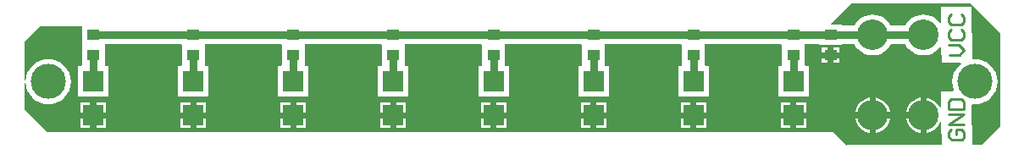
<source format=gtl>
G04 Layer_Physical_Order=1*
G04 Layer_Color=255*
%FSLAX25Y25*%
%MOIN*%
G70*
G01*
G75*
%ADD10R,0.05000X0.04000*%
%ADD11R,0.08000X0.08000*%
%ADD12C,0.03150*%
%ADD13C,0.01000*%
%ADD14C,0.13780*%
%ADD15C,0.12000*%
G36*
X376600Y186000D02*
Y149000D01*
X369400Y141800D01*
X365531D01*
X365319Y157619D01*
X365688Y157957D01*
X366600Y157867D01*
X368343Y158039D01*
X370018Y158547D01*
X371563Y159373D01*
X372916Y160484D01*
X374027Y161837D01*
X374853Y163382D01*
X375361Y165057D01*
X375533Y166800D01*
X375361Y168543D01*
X374853Y170218D01*
X374027Y171763D01*
X372916Y173116D01*
X371563Y174227D01*
X370018Y175053D01*
X368343Y175561D01*
X366600Y175733D01*
X365892Y175663D01*
X365519Y175996D01*
X365246Y196433D01*
X353249Y196273D01*
X353330Y190224D01*
X352832Y190042D01*
X352141Y190884D01*
X350923Y191884D01*
X349533Y192627D01*
X348025Y193084D01*
X346457Y193239D01*
X344888Y193084D01*
X343380Y192627D01*
X341991Y191884D01*
X340773Y190884D01*
X339773Y189666D01*
X339313Y188806D01*
X333600D01*
X333141Y189666D01*
X332141Y190884D01*
X330923Y191884D01*
X329533Y192627D01*
X328025Y193084D01*
X326457Y193239D01*
X324888Y193084D01*
X323380Y192627D01*
X321991Y191884D01*
X320773Y190884D01*
X319773Y189666D01*
X319313Y188806D01*
X314400D01*
Y189200D01*
X310253D01*
X310062Y189662D01*
X318100Y197700D01*
X364900D01*
X376600Y186000D01*
D02*
G37*
G36*
X15185Y181165D02*
Y173165D01*
X14736Y173043D01*
X13685D01*
Y161043D01*
X25685D01*
Y173043D01*
X24634D01*
X24185Y173165D01*
Y181594D01*
X54202D01*
X54555Y181241D01*
Y173165D01*
X54106Y173043D01*
X53055D01*
Y161043D01*
X65055D01*
Y173043D01*
X64005D01*
X63555Y173165D01*
Y181594D01*
X93572D01*
X93925Y181241D01*
Y173165D01*
X93476Y173043D01*
X92425D01*
Y161043D01*
X104425D01*
Y173043D01*
X103375D01*
X102925Y173165D01*
Y181594D01*
X132942D01*
X133295Y181241D01*
Y173165D01*
X132846Y173043D01*
X131795D01*
Y161043D01*
X143795D01*
Y173043D01*
X142745D01*
X142295Y173165D01*
Y181594D01*
X172312D01*
X172665Y181241D01*
Y173165D01*
X172216Y173043D01*
X171165D01*
Y161043D01*
X183165D01*
Y173043D01*
X182115D01*
X181665Y173165D01*
Y181594D01*
X211682D01*
X212035Y181241D01*
Y173165D01*
X211586Y173043D01*
X210535D01*
Y161043D01*
X222535D01*
Y173043D01*
X221485D01*
X221035Y173165D01*
Y181594D01*
X251052D01*
X251406Y181241D01*
Y173165D01*
X250956Y173043D01*
X249905D01*
Y161043D01*
X261906D01*
Y173043D01*
X260855D01*
X260405Y173165D01*
Y181594D01*
X290422D01*
X290776Y181241D01*
Y173165D01*
X290326Y173043D01*
X289276D01*
Y161043D01*
X301276D01*
Y173043D01*
X300225D01*
X299776Y173165D01*
Y181594D01*
X305400D01*
Y181200D01*
X314400D01*
Y181594D01*
X319313D01*
X319773Y180734D01*
X320773Y179516D01*
X321991Y178516D01*
X323380Y177773D01*
X324888Y177316D01*
X326457Y177161D01*
X328025Y177316D01*
X329533Y177773D01*
X330923Y178516D01*
X332141Y179516D01*
X333141Y180734D01*
X333600Y181594D01*
X339313D01*
X339773Y180734D01*
X340773Y179516D01*
X341991Y178516D01*
X343380Y177773D01*
X344888Y177316D01*
X346457Y177161D01*
X348025Y177316D01*
X349533Y177773D01*
X350923Y178516D01*
X352141Y179516D01*
X352959Y180513D01*
X353462Y180337D01*
X353543Y174280D01*
X361035Y174380D01*
X361217Y173882D01*
X360284Y173116D01*
X359173Y171763D01*
X358347Y170218D01*
X357839Y168543D01*
X357667Y166800D01*
X357839Y165057D01*
X358299Y163540D01*
X358033Y163037D01*
X353249Y162973D01*
X353333Y156645D01*
X352835Y156516D01*
X352305Y157508D01*
X351430Y158574D01*
X350364Y159449D01*
X349148Y160099D01*
X347829Y160499D01*
X347657Y160516D01*
Y153600D01*
Y146684D01*
X347829Y146701D01*
X349148Y147101D01*
X350364Y147751D01*
X351430Y148626D01*
X352305Y149692D01*
X352911Y150826D01*
X353175Y150826D01*
X353412Y150737D01*
X353527Y142156D01*
X353176Y141800D01*
X316400D01*
X316300Y141700D01*
X311100Y146900D01*
X1500D01*
X-7300Y155700D01*
X-7400D01*
Y166443D01*
X-6900Y166467D01*
X-6761Y165057D01*
X-6253Y163382D01*
X-5427Y161837D01*
X-4316Y160484D01*
X-2963Y159373D01*
X-1418Y158547D01*
X257Y158039D01*
X2000Y157867D01*
X3743Y158039D01*
X5418Y158547D01*
X6963Y159373D01*
X8316Y160484D01*
X9427Y161837D01*
X10253Y163382D01*
X10761Y165057D01*
X10933Y166800D01*
X10761Y168543D01*
X10253Y170218D01*
X9427Y171763D01*
X8316Y173116D01*
X6963Y174227D01*
X5418Y175053D01*
X3743Y175561D01*
X2000Y175733D01*
X257Y175561D01*
X-1418Y175053D01*
X-2963Y174227D01*
X-4316Y173116D01*
X-5427Y171763D01*
X-6253Y170218D01*
X-6761Y168543D01*
X-6900Y167133D01*
X-7400Y167157D01*
Y182600D01*
X-1300Y188700D01*
X15185D01*
Y181165D01*
D02*
G37*
%LPC*%
G36*
X221535Y152343D02*
X217735D01*
Y148543D01*
X221535D01*
Y152343D01*
D02*
G37*
G36*
X254706D02*
X250905D01*
Y148543D01*
X254706D01*
Y152343D01*
D02*
G37*
G36*
X215335D02*
X211535D01*
Y148543D01*
X215335D01*
Y152343D01*
D02*
G37*
G36*
X175965D02*
X172165D01*
Y148543D01*
X175965D01*
Y152343D01*
D02*
G37*
G36*
X182165D02*
X178365D01*
Y148543D01*
X182165D01*
Y152343D01*
D02*
G37*
G36*
X294076D02*
X290276D01*
Y148543D01*
X294076D01*
Y152343D01*
D02*
G37*
G36*
X300276D02*
X296476D01*
Y148543D01*
X300276D01*
Y152343D01*
D02*
G37*
G36*
X18485Y158543D02*
X14685D01*
Y154743D01*
X18485D01*
Y158543D01*
D02*
G37*
G36*
X260906Y152343D02*
X257105D01*
Y148543D01*
X260906D01*
Y152343D01*
D02*
G37*
G36*
X24685Y158543D02*
X20885D01*
Y154743D01*
X24685D01*
Y158543D01*
D02*
G37*
G36*
X142795Y152343D02*
X138995D01*
Y148543D01*
X142795D01*
Y152343D01*
D02*
G37*
G36*
X18485D02*
X14685D01*
Y148543D01*
X18485D01*
Y152343D01*
D02*
G37*
G36*
X24685D02*
X20885D01*
Y148543D01*
X24685D01*
Y152343D01*
D02*
G37*
G36*
X345257Y152400D02*
X339541D01*
X339558Y152228D01*
X339958Y150908D01*
X340608Y149692D01*
X341483Y148626D01*
X342549Y147751D01*
X343765Y147101D01*
X345085Y146701D01*
X345257Y146684D01*
Y152400D01*
D02*
G37*
G36*
X325257D02*
X319541D01*
X319558Y152228D01*
X319958Y150908D01*
X320608Y149692D01*
X321483Y148626D01*
X322549Y147751D01*
X323765Y147101D01*
X325084Y146701D01*
X325257Y146684D01*
Y152400D01*
D02*
G37*
G36*
X333372D02*
X327657D01*
Y146684D01*
X327829Y146701D01*
X329148Y147101D01*
X330364Y147751D01*
X331430Y148626D01*
X332305Y149692D01*
X332955Y150908D01*
X333355Y152228D01*
X333372Y152400D01*
D02*
G37*
G36*
X103425Y152343D02*
X99625D01*
Y148543D01*
X103425D01*
Y152343D01*
D02*
G37*
G36*
X136595D02*
X132795D01*
Y148543D01*
X136595D01*
Y152343D01*
D02*
G37*
G36*
X97225D02*
X93425D01*
Y148543D01*
X97225D01*
Y152343D01*
D02*
G37*
G36*
X57855D02*
X54055D01*
Y148543D01*
X57855D01*
Y152343D01*
D02*
G37*
G36*
X64055D02*
X60255D01*
Y148543D01*
X64055D01*
Y152343D01*
D02*
G37*
G36*
X325257Y160516D02*
X325084Y160499D01*
X323765Y160099D01*
X322549Y159449D01*
X321483Y158574D01*
X320608Y157508D01*
X319958Y156292D01*
X319558Y154972D01*
X319541Y154800D01*
X325257D01*
Y160516D01*
D02*
G37*
G36*
X327657D02*
Y154800D01*
X333372D01*
X333355Y154972D01*
X332955Y156292D01*
X332305Y157508D01*
X331430Y158574D01*
X330364Y159449D01*
X329148Y160099D01*
X327829Y160499D01*
X327657Y160516D01*
D02*
G37*
G36*
X300276Y158543D02*
X296476D01*
Y154743D01*
X300276D01*
Y158543D01*
D02*
G37*
G36*
X260906D02*
X257105D01*
Y154743D01*
X260906D01*
Y158543D01*
D02*
G37*
G36*
X294076D02*
X290276D01*
Y154743D01*
X294076D01*
Y158543D01*
D02*
G37*
G36*
X308700Y180200D02*
X306400D01*
Y178400D01*
X308700D01*
Y180200D01*
D02*
G37*
G36*
X313400D02*
X311100D01*
Y178400D01*
X313400D01*
Y180200D01*
D02*
G37*
G36*
Y176000D02*
X311100D01*
Y174200D01*
X313400D01*
Y176000D01*
D02*
G37*
G36*
X345257Y160516D02*
X345085Y160499D01*
X343765Y160099D01*
X342549Y159449D01*
X341483Y158574D01*
X340608Y157508D01*
X339958Y156292D01*
X339558Y154972D01*
X339541Y154800D01*
X345257D01*
Y160516D01*
D02*
G37*
G36*
X308700Y176000D02*
X306400D01*
Y174200D01*
X308700D01*
Y176000D01*
D02*
G37*
G36*
X254706Y158543D02*
X250905D01*
Y154743D01*
X254706D01*
Y158543D01*
D02*
G37*
G36*
X103425D02*
X99625D01*
Y154743D01*
X103425D01*
Y158543D01*
D02*
G37*
G36*
X136595D02*
X132795D01*
Y154743D01*
X136595D01*
Y158543D01*
D02*
G37*
G36*
X97225D02*
X93425D01*
Y154743D01*
X97225D01*
Y158543D01*
D02*
G37*
G36*
X57855D02*
X54055D01*
Y154743D01*
X57855D01*
Y158543D01*
D02*
G37*
G36*
X64055D02*
X60255D01*
Y154743D01*
X64055D01*
Y158543D01*
D02*
G37*
G36*
X215335D02*
X211535D01*
Y154743D01*
X215335D01*
Y158543D01*
D02*
G37*
G36*
X221535D02*
X217735D01*
Y154743D01*
X221535D01*
Y158543D01*
D02*
G37*
G36*
X182165D02*
X178365D01*
Y154743D01*
X182165D01*
Y158543D01*
D02*
G37*
G36*
X142795D02*
X138995D01*
Y154743D01*
X142795D01*
Y158543D01*
D02*
G37*
G36*
X175965D02*
X172165D01*
Y154743D01*
X175965D01*
Y158543D01*
D02*
G37*
%LPD*%
G54D10*
X309900Y185200D02*
D03*
Y177200D02*
D03*
X295276Y185165D02*
D03*
Y177165D02*
D03*
X255906Y185165D02*
D03*
Y177165D02*
D03*
X216535Y185165D02*
D03*
Y177165D02*
D03*
X177165Y185165D02*
D03*
Y177165D02*
D03*
X137795Y185165D02*
D03*
Y177165D02*
D03*
X98425Y185165D02*
D03*
Y177165D02*
D03*
X59055Y185165D02*
D03*
Y177165D02*
D03*
X19685Y185165D02*
D03*
Y177165D02*
D03*
G54D11*
X295276Y167043D02*
D03*
Y153543D02*
D03*
X255906Y167043D02*
D03*
Y153543D02*
D03*
X216535Y167043D02*
D03*
Y153543D02*
D03*
X177165Y167043D02*
D03*
Y153543D02*
D03*
X137795Y167043D02*
D03*
Y153543D02*
D03*
X98425Y167043D02*
D03*
Y153543D02*
D03*
X59055Y167043D02*
D03*
Y153543D02*
D03*
X19685Y167043D02*
D03*
Y153543D02*
D03*
G54D12*
X326157Y153300D02*
X326457Y153600D01*
X19720Y185200D02*
X326457D01*
X346457D01*
X19685Y185165D02*
X19720Y185200D01*
X177165Y153543D02*
X177409Y153300D01*
X19685Y167043D02*
Y177165D01*
X59055Y167043D02*
Y177165D01*
X98425Y167043D02*
Y177165D01*
X137795Y167043D02*
Y177165D01*
X177165Y167043D02*
Y177165D01*
X216535Y167043D02*
Y177165D01*
X255906Y167043D02*
Y177165D01*
X295276Y167043D02*
Y177165D01*
G54D13*
X356503Y177320D02*
X360501Y177373D01*
X362473Y179399D01*
X360447Y181372D01*
X356449Y181318D01*
X357368Y187329D02*
X356382Y186316D01*
X356409Y184317D01*
X357422Y183331D01*
X361420Y183384D01*
X362406Y184397D01*
X362380Y186396D01*
X361367Y187382D01*
X357288Y193327D02*
X356302Y192314D01*
X356329Y190314D01*
X357342Y189328D01*
X361340Y189382D01*
X362326Y190395D01*
X362299Y192394D01*
X361287Y193380D01*
X357449Y148031D02*
X356462Y147019D01*
X356489Y145019D01*
X357502Y144033D01*
X361500Y144087D01*
X362487Y145100D01*
X362460Y147099D01*
X361447Y148085D01*
X359448Y148058D01*
X359474Y146059D01*
X362420Y150098D02*
X356422Y150017D01*
X362366Y154096D01*
X356369Y154016D01*
X356342Y156015D02*
X362340Y156095D01*
X362299Y159094D01*
X361287Y160080D01*
X357288Y160027D01*
X356302Y159014D01*
X356342Y156015D01*
G54D14*
X366600Y166800D02*
D03*
X2000D02*
D03*
G54D15*
X326457Y153600D02*
D03*
X346457D02*
D03*
X326457Y185200D02*
D03*
X346457D02*
D03*
M02*

</source>
